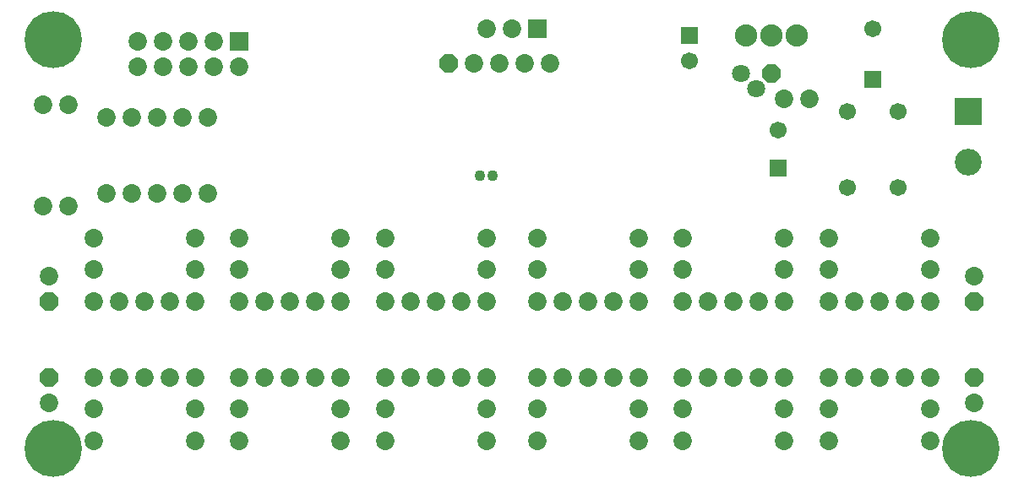
<source format=gbs>
%FSLAX23Y23*%
%MOIN*%
G70*
G01*
G75*
G04 Layer_Color=16711935*
%ADD10R,0.050X0.035*%
%ADD11R,0.054X0.050*%
%ADD12R,0.050X0.054*%
%ADD13C,0.055*%
%ADD14R,0.025X0.070*%
%ADD15R,0.025X0.075*%
%ADD16C,0.020*%
%ADD17C,0.015*%
%ADD18C,0.025*%
%ADD19C,0.030*%
%ADD20C,0.040*%
%ADD21C,0.010*%
%ADD22C,0.050*%
%ADD23C,0.063*%
%ADD24P,0.068X8X202.5*%
%ADD25C,0.035*%
%ADD26C,0.065*%
%ADD27P,0.070X8X292.5*%
%ADD28P,0.070X8X22.5*%
%ADD29R,0.059X0.059*%
%ADD30C,0.059*%
%ADD31C,0.080*%
%ADD32C,0.059*%
%ADD33R,0.065X0.065*%
%ADD34C,0.217*%
%ADD35C,0.098*%
%ADD36R,0.098X0.098*%
%ADD37C,0.014*%
%ADD38C,0.008*%
%ADD39C,0.008*%
%ADD40C,0.010*%
%ADD41C,0.010*%
%ADD42R,0.400X0.050*%
%ADD43R,0.058X0.043*%
%ADD44R,0.062X0.058*%
%ADD45R,0.058X0.062*%
%ADD46C,0.063*%
%ADD47R,0.033X0.078*%
%ADD48R,0.033X0.083*%
%ADD49C,0.071*%
%ADD50P,0.077X8X202.5*%
%ADD51C,0.043*%
%ADD52C,0.073*%
%ADD53P,0.079X8X292.5*%
%ADD54P,0.079X8X22.5*%
%ADD55R,0.067X0.067*%
%ADD56C,0.067*%
%ADD57C,0.088*%
%ADD58C,0.067*%
%ADD59R,0.073X0.073*%
%ADD60C,0.225*%
%ADD61C,0.106*%
%ADD62R,0.106X0.106*%
D49*
X905Y1050D02*
D03*
X965Y990D02*
D03*
D50*
X1025Y1050D02*
D03*
D51*
X-125Y645D02*
D03*
X-75D02*
D03*
D52*
X1825Y-250D02*
D03*
Y250D02*
D03*
X-50Y1090D02*
D03*
X-150D02*
D03*
X50D02*
D03*
X150D02*
D03*
X1175Y950D02*
D03*
X1075D02*
D03*
X-1750Y925D02*
D03*
Y525D02*
D03*
X-1850D02*
D03*
Y925D02*
D03*
X-1200Y575D02*
D03*
X-1300D02*
D03*
X-1200Y875D02*
D03*
X-1300D02*
D03*
X-1400D02*
D03*
X-1500D02*
D03*
X-1600D02*
D03*
Y575D02*
D03*
X-1500D02*
D03*
X-1400D02*
D03*
X-1550Y150D02*
D03*
X-1250D02*
D03*
Y-150D02*
D03*
X-1650Y150D02*
D03*
X-1450D02*
D03*
X-1350D02*
D03*
Y-150D02*
D03*
X-1450D02*
D03*
X-1550D02*
D03*
X-1650D02*
D03*
X-100Y150D02*
D03*
Y-150D02*
D03*
X-500Y150D02*
D03*
X-400D02*
D03*
X-300D02*
D03*
X-200D02*
D03*
Y-150D02*
D03*
X-300D02*
D03*
X-400D02*
D03*
X-500D02*
D03*
X500Y150D02*
D03*
Y-150D02*
D03*
X100D02*
D03*
X200D02*
D03*
X300D02*
D03*
X400D02*
D03*
Y150D02*
D03*
X300D02*
D03*
X200D02*
D03*
X100D02*
D03*
X1075D02*
D03*
Y-150D02*
D03*
X675Y150D02*
D03*
X775D02*
D03*
X875D02*
D03*
X975D02*
D03*
Y-150D02*
D03*
X875D02*
D03*
X775D02*
D03*
X675D02*
D03*
X1550Y150D02*
D03*
X1250Y-150D02*
D03*
X1350D02*
D03*
X1450D02*
D03*
X1550D02*
D03*
X1650D02*
D03*
Y150D02*
D03*
X1450D02*
D03*
X1350D02*
D03*
X1250D02*
D03*
X-1250Y-275D02*
D03*
X-1650D02*
D03*
Y-400D02*
D03*
X-1250D02*
D03*
X-1075Y-275D02*
D03*
X-675D02*
D03*
X-1075Y-400D02*
D03*
X-675D02*
D03*
X-500Y-275D02*
D03*
X-100D02*
D03*
X-500Y-400D02*
D03*
X-100D02*
D03*
X100Y-275D02*
D03*
X500D02*
D03*
X100Y-400D02*
D03*
X500D02*
D03*
X675Y-275D02*
D03*
X1075D02*
D03*
X675Y-400D02*
D03*
X1075D02*
D03*
X1250Y-275D02*
D03*
X1650D02*
D03*
X1250Y-400D02*
D03*
X1650D02*
D03*
X1250Y400D02*
D03*
X1650D02*
D03*
Y275D02*
D03*
X1250D02*
D03*
X675Y400D02*
D03*
X1075D02*
D03*
X675Y275D02*
D03*
X1075D02*
D03*
X100Y400D02*
D03*
X500D02*
D03*
X100Y275D02*
D03*
X500D02*
D03*
X-500Y400D02*
D03*
X-100D02*
D03*
X-500Y275D02*
D03*
X-100D02*
D03*
X-1075D02*
D03*
X-675D02*
D03*
X-1075Y400D02*
D03*
X-675D02*
D03*
Y150D02*
D03*
Y-150D02*
D03*
X-1075D02*
D03*
X-975D02*
D03*
X-875D02*
D03*
X-775D02*
D03*
Y150D02*
D03*
X-875D02*
D03*
X-975D02*
D03*
X-1075D02*
D03*
X-1650Y275D02*
D03*
X-1250D02*
D03*
X-1650Y400D02*
D03*
X-1250D02*
D03*
X-1175Y1175D02*
D03*
X-1275D02*
D03*
X-1175Y1075D02*
D03*
X-1075D02*
D03*
X-1275D02*
D03*
X-1375Y1175D02*
D03*
Y1075D02*
D03*
X-1475Y1175D02*
D03*
Y1075D02*
D03*
X0Y1225D02*
D03*
X-100D02*
D03*
X-1825Y250D02*
D03*
Y-250D02*
D03*
D53*
X1825Y-150D02*
D03*
Y150D02*
D03*
X-1825D02*
D03*
Y-150D02*
D03*
D54*
X-250Y1090D02*
D03*
D55*
X1050Y675D02*
D03*
X700Y1200D02*
D03*
X1425Y1025D02*
D03*
D56*
X1050Y825D02*
D03*
X700Y1100D02*
D03*
X1425Y1225D02*
D03*
D57*
X1125Y1200D02*
D03*
X1025D02*
D03*
X925D02*
D03*
D58*
X1325Y600D02*
D03*
X1525D02*
D03*
Y900D02*
D03*
X1325D02*
D03*
D59*
X-1075Y1175D02*
D03*
X100Y1225D02*
D03*
D60*
X1811Y-433D02*
D03*
Y1181D02*
D03*
X-1811D02*
D03*
Y-433D02*
D03*
D61*
X1800Y700D02*
D03*
D62*
Y900D02*
D03*
M02*

</source>
